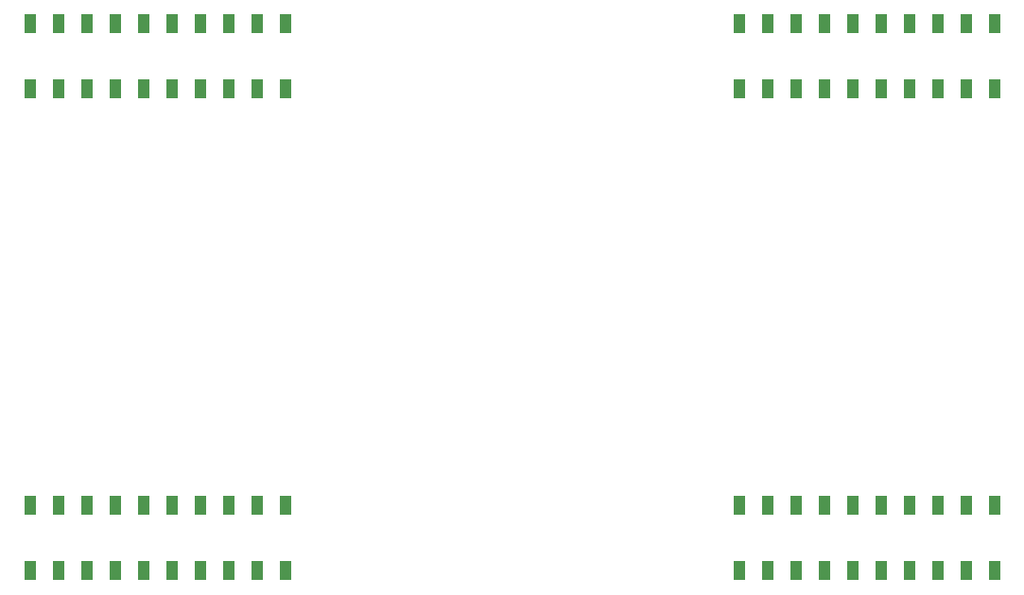
<source format=gbr>
%TF.GenerationSoftware,KiCad,Pcbnew,(5.1.10)-1*%
%TF.CreationDate,2021-12-04T20:19:19-06:00*%
%TF.ProjectId,2022 Multimedia Rev1,32303232-204d-4756-9c74-696d65646961,rev?*%
%TF.SameCoordinates,Original*%
%TF.FileFunction,Paste,Bot*%
%TF.FilePolarity,Positive*%
%FSLAX46Y46*%
G04 Gerber Fmt 4.6, Leading zero omitted, Abs format (unit mm)*
G04 Created by KiCad (PCBNEW (5.1.10)-1) date 2021-12-04 20:19:19*
%MOMM*%
%LPD*%
G01*
G04 APERTURE LIST*
%ADD10R,0.990600X1.778000*%
G04 APERTURE END LIST*
D10*
%TO.C,U4*%
X136398000Y-64617600D03*
X133858000Y-64617600D03*
X131318000Y-64617600D03*
X128778000Y-64617600D03*
X126238000Y-64617600D03*
X123698000Y-64617600D03*
X121158000Y-64617600D03*
X118618000Y-64617600D03*
X116078000Y-64617600D03*
X113538000Y-64617600D03*
X136398000Y-70510400D03*
X133858000Y-70510400D03*
X131318000Y-70510400D03*
X128778000Y-70510400D03*
X126238000Y-70510400D03*
X123698000Y-70510400D03*
X121158000Y-70510400D03*
X118618000Y-70510400D03*
X116078000Y-70510400D03*
X113538000Y-70510400D03*
X136398000Y-113690400D03*
X133858000Y-113690400D03*
X131318000Y-113690400D03*
X128778000Y-113690400D03*
X126238000Y-113690400D03*
X123698000Y-113690400D03*
X121158000Y-113690400D03*
X118618000Y-113690400D03*
X116078000Y-113690400D03*
X113538000Y-113690400D03*
X136398000Y-107797600D03*
X133858000Y-107797600D03*
X131318000Y-107797600D03*
X128778000Y-107797600D03*
X126238000Y-107797600D03*
X123698000Y-107797600D03*
X121158000Y-107797600D03*
X118618000Y-107797600D03*
X116078000Y-107797600D03*
X113538000Y-107797600D03*
X182118000Y-64617600D03*
X179578000Y-64617600D03*
X177038000Y-64617600D03*
X199898000Y-70510400D03*
X197358000Y-70510400D03*
X194818000Y-70510400D03*
X192278000Y-70510400D03*
X189738000Y-70510400D03*
X187198000Y-70510400D03*
X184658000Y-70510400D03*
X182118000Y-70510400D03*
X179578000Y-70510400D03*
X177038000Y-70510400D03*
X199898000Y-113690400D03*
X194818000Y-113690400D03*
X189738000Y-113690400D03*
X187198000Y-113690400D03*
X184658000Y-113690400D03*
X182118000Y-113690400D03*
X179578000Y-113690400D03*
X199898000Y-107797600D03*
X194818000Y-107797600D03*
X184658000Y-107797600D03*
X182118000Y-107797600D03*
X179578000Y-107797600D03*
X177038000Y-107797600D03*
X189738000Y-107797600D03*
X192278000Y-107797600D03*
X197358000Y-113690400D03*
X184658000Y-64617600D03*
X187198000Y-64617600D03*
X197358000Y-107797600D03*
X192278000Y-113690400D03*
X194818000Y-64617600D03*
X192278000Y-64617600D03*
X187198000Y-107797600D03*
X189738000Y-64617600D03*
X197358000Y-64617600D03*
X199898000Y-64617600D03*
X177038000Y-113690400D03*
%TD*%
M02*

</source>
